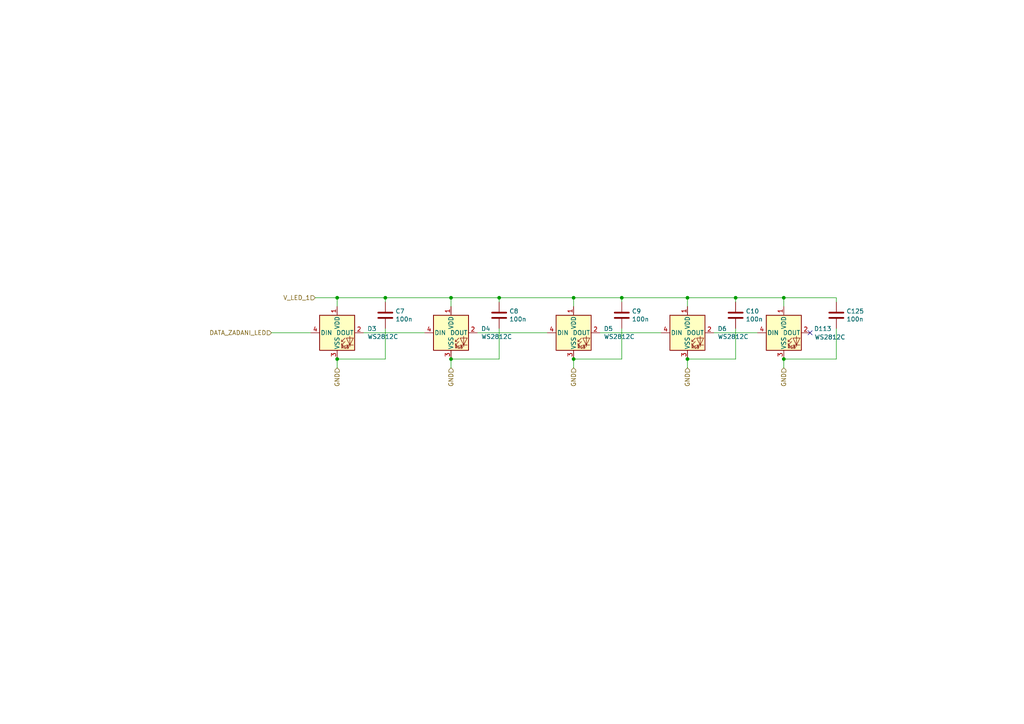
<source format=kicad_sch>
(kicad_sch (version 20211123) (generator eeschema)
  (paper "A4")
  (lib_symbols
    (symbol "Device:C" (pin_numbers hide) (pin_names (offset 0.254))
      (property "Reference" "C" (at 0.635 2.54 0))
      (property "Value" "C" (at 0.635 -2.54 0))
      (symbol "C_0_1"
        (polyline (pts (xy -2.032 -0.762) (xy 2.032 -0.762)) (stroke (width 0.508)))
        (polyline (pts (xy -2.032 0.762) (xy 2.032 0.762)) (stroke (width 0.508)))
      )
      (symbol "C_1_1"
        (pin passive line (at 0 3.81 270) (length 2.794) (name "~") (number "1"))
        (pin passive line (at 0 -3.81 90) (length 2.794) (name "~") (number "2"))
      )
    )
    (symbol "LED:WS2812B" (pin_names (offset 0.254))
      (property "Reference" "D" (at 5.08 5.715 0))
      (property "Value" "WS2812B" (at 1.27 -5.715 0))
      (symbol "WS2812B_0_0"
        (text "RGB" (at 2.286 -4.191 0) (effects (font (size 0.762 0.762))))
      )
      (symbol "WS2812B_0_1"
        (polyline (pts (xy 1.27 -3.556) (xy 1.778 -3.556)))
        (polyline (pts (xy 1.27 -2.54) (xy 1.778 -2.54)))
        (polyline (pts (xy 4.699 -3.556) (xy 2.667 -3.556)))
        (polyline (pts (xy 2.286 -2.54) (xy 1.27 -3.556) (xy 1.27 -3.048)))
        (polyline (pts (xy 2.286 -1.524) (xy 1.27 -2.54) (xy 1.27 -2.032)))
        (polyline (pts (xy 3.683 -1.016) (xy 3.683 -3.556) (xy 3.683 -4.064)))
        (polyline (pts (xy 4.699 -1.524) (xy 2.667 -1.524) (xy 3.683 -3.556) (xy 4.699 -1.524)))
        (rectangle (start 5.08 5.08) (end -5.08 -5.08) (stroke (width 0.254)) (fill (type background)))
      )
      (symbol "WS2812B_1_1"
        (pin power_in line (at 0 7.62 270) (length 2.54) (name "VDD") (number "1"))
        (pin output line (at 7.62 0 180) (length 2.54) (name "DOUT") (number "2"))
        (pin power_in line (at 0 -7.62 90) (length 2.54) (name "VSS") (number "3"))
        (pin input line (at -7.62 0 0) (length 2.54) (name "DIN") (number "4"))
      )
    )
  )
  (junction (at 227.33 86.36))
  (junction (at 166.37 86.36))
  (junction (at 180.34 86.36))
  (junction (at 97.79 86.36))
  (junction (at 130.81 86.36))
  (junction (at 213.36 86.36))
  (junction (at 144.78 86.36))
  (junction (at 227.33 104.14))
  (junction (at 199.39 104.14))
  (junction (at 130.81 104.14))
  (junction (at 97.79 104.14))
  (junction (at 166.37 104.14))
  (junction (at 111.76 86.36))
  (junction (at 199.39 86.36))
  (no_connect (at 234.95 96.52))
  (wire (pts (xy 242.57 95.25) (xy 242.57 104.14)))
  (wire (pts (xy 166.37 106.68) (xy 166.37 104.14)))
  (wire (pts (xy 207.01 96.52) (xy 219.71 96.52)))
  (wire (pts (xy 242.57 86.36) (xy 242.57 87.63)))
  (wire (pts (xy 144.78 86.36) (xy 144.78 87.63)))
  (wire (pts (xy 111.76 104.14) (xy 97.79 104.14)))
  (wire (pts (xy 144.78 104.14) (xy 130.81 104.14)))
  (wire (pts (xy 144.78 95.25) (xy 144.78 104.14)))
  (wire (pts (xy 97.79 86.36) (xy 111.76 86.36)))
  (wire (pts (xy 105.41 96.52) (xy 123.19 96.52)))
  (wire (pts (xy 130.81 86.36) (xy 111.76 86.36)))
  (wire (pts (xy 180.34 86.36) (xy 180.34 87.63)))
  (wire (pts (xy 138.43 96.52) (xy 158.75 96.52)))
  (wire (pts (xy 166.37 86.36) (xy 180.34 86.36)))
  (wire (pts (xy 78.74 96.52) (xy 90.17 96.52)))
  (wire (pts (xy 227.33 88.9) (xy 227.33 86.36)))
  (wire (pts (xy 97.79 106.68) (xy 97.79 104.14)))
  (wire (pts (xy 166.37 88.9) (xy 166.37 86.36)))
  (wire (pts (xy 180.34 95.25) (xy 180.34 104.14)))
  (wire (pts (xy 130.81 88.9) (xy 130.81 86.36)))
  (wire (pts (xy 130.81 106.68) (xy 130.81 104.14)))
  (wire (pts (xy 213.36 86.36) (xy 213.36 87.63)))
  (wire (pts (xy 111.76 95.25) (xy 111.76 104.14)))
  (wire (pts (xy 130.81 86.36) (xy 144.78 86.36)))
  (wire (pts (xy 199.39 106.68) (xy 199.39 104.14)))
  (wire (pts (xy 199.39 88.9) (xy 199.39 86.36)))
  (wire (pts (xy 199.39 86.36) (xy 213.36 86.36)))
  (wire (pts (xy 213.36 95.25) (xy 213.36 104.14)))
  (wire (pts (xy 227.33 86.36) (xy 242.57 86.36)))
  (wire (pts (xy 213.36 104.14) (xy 199.39 104.14)))
  (wire (pts (xy 242.57 104.14) (xy 227.33 104.14)))
  (wire (pts (xy 91.44 86.36) (xy 97.79 86.36)))
  (wire (pts (xy 144.78 86.36) (xy 166.37 86.36)))
  (wire (pts (xy 199.39 86.36) (xy 180.34 86.36)))
  (wire (pts (xy 227.33 106.68) (xy 227.33 104.14)))
  (wire (pts (xy 97.79 88.9) (xy 97.79 86.36)))
  (wire (pts (xy 173.99 96.52) (xy 191.77 96.52)))
  (wire (pts (xy 180.34 104.14) (xy 166.37 104.14)))
  (wire (pts (xy 213.36 86.36) (xy 227.33 86.36)))
  (wire (pts (xy 111.76 86.36) (xy 111.76 87.63)))
  (hierarchical_label "GND" (shape input) (at 199.39 106.68 270))
  (hierarchical_label "DATA_ZADANI_LED" (shape input) (at 78.74 96.52 180))
  (hierarchical_label "GND" (shape input) (at 227.33 106.68 270))
  (hierarchical_label "GND" (shape input) (at 97.79 106.68 270))
  (hierarchical_label "V_LED_1" (shape input) (at 91.44 86.36 180))
  (hierarchical_label "GND" (shape input) (at 166.37 106.68 270))
  (hierarchical_label "GND" (shape input) (at 130.81 106.68 270))
  (symbol (lib_id "LED:WS2812B") (at 97.79 96.52 0) (unit 1)
    (property "Reference" "D3" (at 106.5276 95.3516 0) (effects (justify left)))
    (property "Value" "WS2812C" (at 106.5276 97.663 0) (effects (justify left)))
    (property "Footprint" "LED_SMD:LED_WS2812B_PLCC4_5.0x5.0mm_P3.2mm" (effects hide))
    (property "Datasheet" "https://cdn-shop.adafruit.com/datasheets/WS2812B.pdf" (effects hide))
    (property "LCSC" "C2761796" (effects hide))
    (property "JLCPCB_CORRECTION" "0;0;180" (effects hide))
  )
  (symbol (lib_id "Device:C") (at 111.76 91.44 0) (unit 1)
    (property "Reference" "C7" (at 114.681 90.2716 0) (effects (justify left)))
    (property "Value" "100n" (at 114.681 92.583 0) (effects (justify left)))
    (property "Footprint" "Capacitor_SMD:C_0402_1005Metric" (effects hide))
    (property "LCSC" "C1525" (effects hide))
    (property "JLCPCB_CORRECTION" "0;0;0" (effects hide))
  )
  (symbol (lib_id "LED:WS2812B") (at 130.81 96.52 0) (unit 1)
    (property "Reference" "D4" (at 139.5476 95.3516 0) (effects (justify left)))
    (property "Value" "WS2812C" (at 139.5476 97.663 0) (effects (justify left)))
    (property "Footprint" "LED_SMD:LED_WS2812B_PLCC4_5.0x5.0mm_P3.2mm" (effects hide))
    (property "Datasheet" "https://cdn-shop.adafruit.com/datasheets/WS2812B.pdf" (effects hide))
    (property "LCSC" "C2761796" (effects hide))
    (property "JLCPCB_CORRECTION" "0;0;180" (effects hide))
  )
  (symbol (lib_id "Device:C") (at 144.78 91.44 0) (unit 1)
    (property "Reference" "C8" (at 147.701 90.2716 0) (effects (justify left)))
    (property "Value" "100n" (at 147.701 92.583 0) (effects (justify left)))
    (property "Footprint" "Capacitor_SMD:C_0402_1005Metric" (effects hide))
    (property "LCSC" "C1525" (effects hide))
    (property "JLCPCB_CORRECTION" "0;0;0" (effects hide))
  )
  (symbol (lib_id "LED:WS2812B") (at 166.37 96.52 0) (unit 1)
    (property "Reference" "D5" (at 175.1076 95.3516 0) (effects (justify left)))
    (property "Value" "WS2812C" (at 175.1076 97.663 0) (effects (justify left)))
    (property "Footprint" "LED_SMD:LED_WS2812B_PLCC4_5.0x5.0mm_P3.2mm" (effects hide))
    (property "Datasheet" "https://cdn-shop.adafruit.com/datasheets/WS2812B.pdf" (effects hide))
    (property "LCSC" "C2761796" (effects hide))
    (property "JLCPCB_CORRECTION" "0;0;180" (effects hide))
  )
  (symbol (lib_id "Device:C") (at 180.34 91.44 0) (unit 1)
    (property "Reference" "C9" (at 183.261 90.2716 0) (effects (justify left)))
    (property "Value" "100n" (at 183.261 92.583 0) (effects (justify left)))
    (property "Footprint" "Capacitor_SMD:C_0402_1005Metric" (effects hide))
    (property "LCSC" "C1525" (effects hide))
    (property "JLCPCB_CORRECTION" "0;0;0" (effects hide))
  )
  (symbol (lib_id "LED:WS2812B") (at 199.39 96.52 0) (unit 1)
    (property "Reference" "D6" (at 208.1276 95.3516 0) (effects (justify left)))
    (property "Value" "WS2812C" (at 208.1276 97.663 0) (effects (justify left)))
    (property "Footprint" "LED_SMD:LED_WS2812B_PLCC4_5.0x5.0mm_P3.2mm" (effects hide))
    (property "Datasheet" "https://cdn-shop.adafruit.com/datasheets/WS2812B.pdf" (effects hide))
    (property "LCSC" "C2761796" (effects hide))
    (property "JLCPCB_CORRECTION" "0;0;180" (effects hide))
  )
  (symbol (lib_id "Device:C") (at 213.36 91.44 0) (unit 1)
    (property "Reference" "C10" (at 216.281 90.2716 0) (effects (justify left)))
    (property "Value" "100n" (at 216.281 92.583 0) (effects (justify left)))
    (property "Footprint" "Capacitor_SMD:C_0402_1005Metric" (effects hide))
    (property "LCSC" "C1525" (effects hide))
    (property "JLCPCB_CORRECTION" "0;0;0" (effects hide))
  )
  (symbol (lib_id "LED:WS2812B") (at 227.33 96.52 0) (unit 1)
    (property "Reference" "D113" (at 236.0676 95.3516 0) (effects (justify left)))
    (property "Value" "WS2812C" (at 236.22 97.79 0) (effects (justify left)))
    (property "Footprint" "LED_SMD:LED_WS2812B_PLCC4_5.0x5.0mm_P3.2mm" (effects hide))
    (property "Datasheet" "https://cdn-shop.adafruit.com/datasheets/WS2812B.pdf" (effects hide))
    (property "LCSC" "C2761796" (effects hide))
    (property "JLCPCB_CORRECTION" "0;0;180" (effects hide))
  )
  (symbol (lib_id "Device:C") (at 242.57 91.44 0) (unit 1)
    (property "Reference" "C125" (at 245.491 90.2716 0) (effects (justify left)))
    (property "Value" "100n" (at 245.491 92.583 0) (effects (justify left)))
    (property "Footprint" "Capacitor_SMD:C_0402_1005Metric" (effects hide))
    (property "LCSC" "C1525" (effects hide))
    (property "JLCPCB_CORRECTION" "0;0;0" (effects hide))
  )
)
</source>
